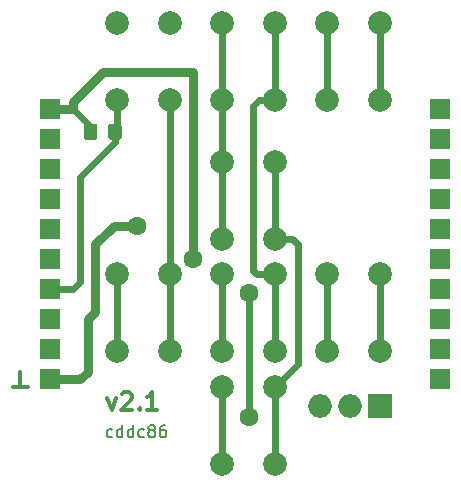
<source format=gbr>
G04 #@! TF.GenerationSoftware,KiCad,Pcbnew,(5.1.8)-1*
G04 #@! TF.CreationDate,2020-11-07T15:34:37+03:00*
G04 #@! TF.ProjectId,ArrowKbd,4172726f-774b-4626-942e-6b696361645f,rev?*
G04 #@! TF.SameCoordinates,Original*
G04 #@! TF.FileFunction,Copper,L1,Top*
G04 #@! TF.FilePolarity,Positive*
%FSLAX46Y46*%
G04 Gerber Fmt 4.6, Leading zero omitted, Abs format (unit mm)*
G04 Created by KiCad (PCBNEW (5.1.8)-1) date 2020-11-07 15:34:37*
%MOMM*%
%LPD*%
G01*
G04 APERTURE LIST*
G04 #@! TA.AperFunction,NonConductor*
%ADD10C,0.200000*%
G04 #@! TD*
G04 #@! TA.AperFunction,NonConductor*
%ADD11C,0.300000*%
G04 #@! TD*
G04 #@! TA.AperFunction,ComponentPad*
%ADD12R,1.700000X1.700000*%
G04 #@! TD*
G04 #@! TA.AperFunction,ComponentPad*
%ADD13R,2.000000X2.000000*%
G04 #@! TD*
G04 #@! TA.AperFunction,ComponentPad*
%ADD14O,2.000000X2.000000*%
G04 #@! TD*
G04 #@! TA.AperFunction,ComponentPad*
%ADD15C,2.000000*%
G04 #@! TD*
G04 #@! TA.AperFunction,ViaPad*
%ADD16C,1.600000*%
G04 #@! TD*
G04 #@! TA.AperFunction,Conductor*
%ADD17C,0.300000*%
G04 #@! TD*
G04 #@! TA.AperFunction,Conductor*
%ADD18C,0.600000*%
G04 #@! TD*
G04 #@! TA.AperFunction,Conductor*
%ADD19C,0.800000*%
G04 #@! TD*
G04 APERTURE END LIST*
D10*
X97964880Y-87399761D02*
X97869642Y-87447380D01*
X97679166Y-87447380D01*
X97583928Y-87399761D01*
X97536309Y-87352142D01*
X97488690Y-87256904D01*
X97488690Y-86971190D01*
X97536309Y-86875952D01*
X97583928Y-86828333D01*
X97679166Y-86780714D01*
X97869642Y-86780714D01*
X97964880Y-86828333D01*
X98822023Y-87447380D02*
X98822023Y-86447380D01*
X98822023Y-87399761D02*
X98726785Y-87447380D01*
X98536309Y-87447380D01*
X98441071Y-87399761D01*
X98393452Y-87352142D01*
X98345833Y-87256904D01*
X98345833Y-86971190D01*
X98393452Y-86875952D01*
X98441071Y-86828333D01*
X98536309Y-86780714D01*
X98726785Y-86780714D01*
X98822023Y-86828333D01*
X99726785Y-87447380D02*
X99726785Y-86447380D01*
X99726785Y-87399761D02*
X99631547Y-87447380D01*
X99441071Y-87447380D01*
X99345833Y-87399761D01*
X99298214Y-87352142D01*
X99250595Y-87256904D01*
X99250595Y-86971190D01*
X99298214Y-86875952D01*
X99345833Y-86828333D01*
X99441071Y-86780714D01*
X99631547Y-86780714D01*
X99726785Y-86828333D01*
X100631547Y-87399761D02*
X100536309Y-87447380D01*
X100345833Y-87447380D01*
X100250595Y-87399761D01*
X100202976Y-87352142D01*
X100155357Y-87256904D01*
X100155357Y-86971190D01*
X100202976Y-86875952D01*
X100250595Y-86828333D01*
X100345833Y-86780714D01*
X100536309Y-86780714D01*
X100631547Y-86828333D01*
X101202976Y-86875952D02*
X101107738Y-86828333D01*
X101060119Y-86780714D01*
X101012500Y-86685476D01*
X101012500Y-86637857D01*
X101060119Y-86542619D01*
X101107738Y-86495000D01*
X101202976Y-86447380D01*
X101393452Y-86447380D01*
X101488690Y-86495000D01*
X101536309Y-86542619D01*
X101583928Y-86637857D01*
X101583928Y-86685476D01*
X101536309Y-86780714D01*
X101488690Y-86828333D01*
X101393452Y-86875952D01*
X101202976Y-86875952D01*
X101107738Y-86923571D01*
X101060119Y-86971190D01*
X101012500Y-87066428D01*
X101012500Y-87256904D01*
X101060119Y-87352142D01*
X101107738Y-87399761D01*
X101202976Y-87447380D01*
X101393452Y-87447380D01*
X101488690Y-87399761D01*
X101536309Y-87352142D01*
X101583928Y-87256904D01*
X101583928Y-87066428D01*
X101536309Y-86971190D01*
X101488690Y-86923571D01*
X101393452Y-86875952D01*
X102441071Y-86447380D02*
X102250595Y-86447380D01*
X102155357Y-86495000D01*
X102107738Y-86542619D01*
X102012500Y-86685476D01*
X101964880Y-86875952D01*
X101964880Y-87256904D01*
X102012500Y-87352142D01*
X102060119Y-87399761D01*
X102155357Y-87447380D01*
X102345833Y-87447380D01*
X102441071Y-87399761D01*
X102488690Y-87352142D01*
X102536309Y-87256904D01*
X102536309Y-87018809D01*
X102488690Y-86923571D01*
X102441071Y-86875952D01*
X102345833Y-86828333D01*
X102155357Y-86828333D01*
X102060119Y-86875952D01*
X102012500Y-86923571D01*
X101964880Y-87018809D01*
D11*
X97552142Y-84133571D02*
X97909285Y-85133571D01*
X98266428Y-84133571D01*
X98766428Y-83776428D02*
X98837857Y-83705000D01*
X98980714Y-83633571D01*
X99337857Y-83633571D01*
X99480714Y-83705000D01*
X99552142Y-83776428D01*
X99623571Y-83919285D01*
X99623571Y-84062142D01*
X99552142Y-84276428D01*
X98695000Y-85133571D01*
X99623571Y-85133571D01*
X100266428Y-84990714D02*
X100337857Y-85062142D01*
X100266428Y-85133571D01*
X100195000Y-85062142D01*
X100266428Y-84990714D01*
X100266428Y-85133571D01*
X101766428Y-85133571D02*
X100909285Y-85133571D01*
X101337857Y-85133571D02*
X101337857Y-83633571D01*
X101195000Y-83847857D01*
X101052142Y-83990714D01*
X100909285Y-84062142D01*
D12*
X125730000Y-82550000D03*
X125730000Y-80010000D03*
X125730000Y-77470000D03*
X125730000Y-74930000D03*
X125730000Y-72390000D03*
X125730000Y-69850000D03*
X125730000Y-67310000D03*
X125730000Y-64770000D03*
X125730000Y-62230000D03*
X125730000Y-59690000D03*
X92710000Y-62230000D03*
X92710000Y-64770000D03*
X92710000Y-67310000D03*
X92710000Y-69850000D03*
X92710000Y-72390000D03*
X92710000Y-74930000D03*
X92710000Y-77470000D03*
X92710000Y-80010000D03*
X92710000Y-59690000D03*
X92710000Y-82550000D03*
D13*
X120650000Y-84772500D03*
D14*
X118110000Y-84772500D03*
X115570000Y-84772500D03*
G04 #@! TA.AperFunction,SMDPad,CuDef*
G36*
G01*
X98755000Y-61144999D02*
X98755000Y-62045001D01*
G75*
G02*
X98505001Y-62295000I-249999J0D01*
G01*
X97854999Y-62295000D01*
G75*
G02*
X97605000Y-62045001I0J249999D01*
G01*
X97605000Y-61144999D01*
G75*
G02*
X97854999Y-60895000I249999J0D01*
G01*
X98505001Y-60895000D01*
G75*
G02*
X98755000Y-61144999I0J-249999D01*
G01*
G37*
G04 #@! TD.AperFunction*
G04 #@! TA.AperFunction,SMDPad,CuDef*
G36*
G01*
X96705000Y-61144999D02*
X96705000Y-62045001D01*
G75*
G02*
X96455001Y-62295000I-249999J0D01*
G01*
X95804999Y-62295000D01*
G75*
G02*
X95555000Y-62045001I0J249999D01*
G01*
X95555000Y-61144999D01*
G75*
G02*
X95804999Y-60895000I249999J0D01*
G01*
X96455001Y-60895000D01*
G75*
G02*
X96705000Y-61144999I0J-249999D01*
G01*
G37*
G04 #@! TD.AperFunction*
D15*
X102870000Y-80160000D03*
X98370000Y-80160000D03*
X102870000Y-73660000D03*
X98370000Y-73660000D03*
X116150000Y-73660000D03*
X120650000Y-73660000D03*
X116150000Y-80160000D03*
X120650000Y-80160000D03*
X111760000Y-80160000D03*
X107260000Y-80160000D03*
X111760000Y-73660000D03*
X107260000Y-73660000D03*
X107260000Y-83185000D03*
X111760000Y-83185000D03*
X107260000Y-89685000D03*
X111760000Y-89685000D03*
X102870000Y-58887500D03*
X98370000Y-58887500D03*
X102870000Y-52387500D03*
X98370000Y-52387500D03*
X116150000Y-52387500D03*
X120650000Y-52387500D03*
X116150000Y-58887500D03*
X120650000Y-58887500D03*
X107260000Y-52387500D03*
X111760000Y-52387500D03*
X107260000Y-58887500D03*
X111760000Y-58887500D03*
X111760000Y-70635000D03*
X107260000Y-70635000D03*
X111760000Y-64135000D03*
X107260000Y-64135000D03*
D16*
X109537500Y-75247500D03*
X109537500Y-85725000D03*
X104775000Y-72390000D03*
X100012500Y-69532500D03*
D17*
X90170000Y-81915000D02*
X90170000Y-83185000D01*
X90170000Y-83185000D02*
X89535000Y-83185000D01*
X89535000Y-83185000D02*
X90805000Y-83185000D01*
D18*
X109537500Y-75247500D02*
X109537500Y-85725000D01*
X107260000Y-58887500D02*
X107260000Y-64135000D01*
X98370000Y-58887500D02*
X98370000Y-61785000D01*
X98180000Y-61595000D02*
X98180000Y-62475000D01*
X98180000Y-62475000D02*
X95250000Y-65405000D01*
X95250000Y-65405000D02*
X95250000Y-74295000D01*
X94615000Y-74930000D02*
X92710000Y-74930000D01*
X95250000Y-74295000D02*
X94615000Y-74930000D01*
X116150000Y-52387500D02*
X116150000Y-58887500D01*
X107260000Y-52387500D02*
X107260000Y-58887500D01*
X107260000Y-64135000D02*
X107260000Y-70635000D01*
D19*
X92710000Y-59690000D02*
X94615000Y-59690000D01*
D18*
X94615000Y-59690000D02*
X95885000Y-60960000D01*
D19*
X94615000Y-59690000D02*
X94615000Y-59055000D01*
X94615000Y-59055000D02*
X97155000Y-56515000D01*
X97155000Y-56515000D02*
X104775000Y-56515000D01*
X104775000Y-56515000D02*
X104775000Y-72390000D01*
D18*
X99695000Y-69215000D02*
X100012500Y-69532500D01*
D19*
X95250000Y-82550000D02*
X95885000Y-81915000D01*
X92710000Y-82550000D02*
X95250000Y-82550000D01*
X95885000Y-81915000D02*
X95885000Y-77470000D01*
X95885000Y-77470000D02*
X96520000Y-76835000D01*
X96520000Y-76835000D02*
X96520000Y-71120000D01*
X98107500Y-69532500D02*
X100012500Y-69532500D01*
X96520000Y-71120000D02*
X98107500Y-69532500D01*
D18*
X102870000Y-58887500D02*
X102870000Y-73660000D01*
X102870000Y-73660000D02*
X102870000Y-80160000D01*
X120650000Y-52387500D02*
X120650000Y-58887500D01*
X120650000Y-73660000D02*
X120650000Y-80160000D01*
X110172500Y-73660000D02*
X111760000Y-73660000D01*
X109855000Y-73342500D02*
X110172500Y-73660000D01*
X109855000Y-59378287D02*
X109855000Y-73342500D01*
X111760000Y-58887500D02*
X110345787Y-58887500D01*
X110345787Y-58887500D02*
X109855000Y-59378287D01*
X111760000Y-52387500D02*
X111760000Y-58887500D01*
X111760000Y-73660000D02*
X111760000Y-80160000D01*
X111760000Y-83185000D02*
X113665000Y-81280000D01*
X113665000Y-81280000D02*
X113665000Y-71120000D01*
X113180000Y-70635000D02*
X111760000Y-70635000D01*
X113665000Y-71120000D02*
X113180000Y-70635000D01*
X111760000Y-83185000D02*
X111760000Y-89685000D01*
X111760000Y-64135000D02*
X111760000Y-70635000D01*
X116150000Y-73660000D02*
X116150000Y-80160000D01*
X107260000Y-73660000D02*
X107260000Y-80160000D01*
X107260000Y-83185000D02*
X107260000Y-89685000D01*
X98370000Y-73660000D02*
X98370000Y-80160000D01*
M02*

</source>
